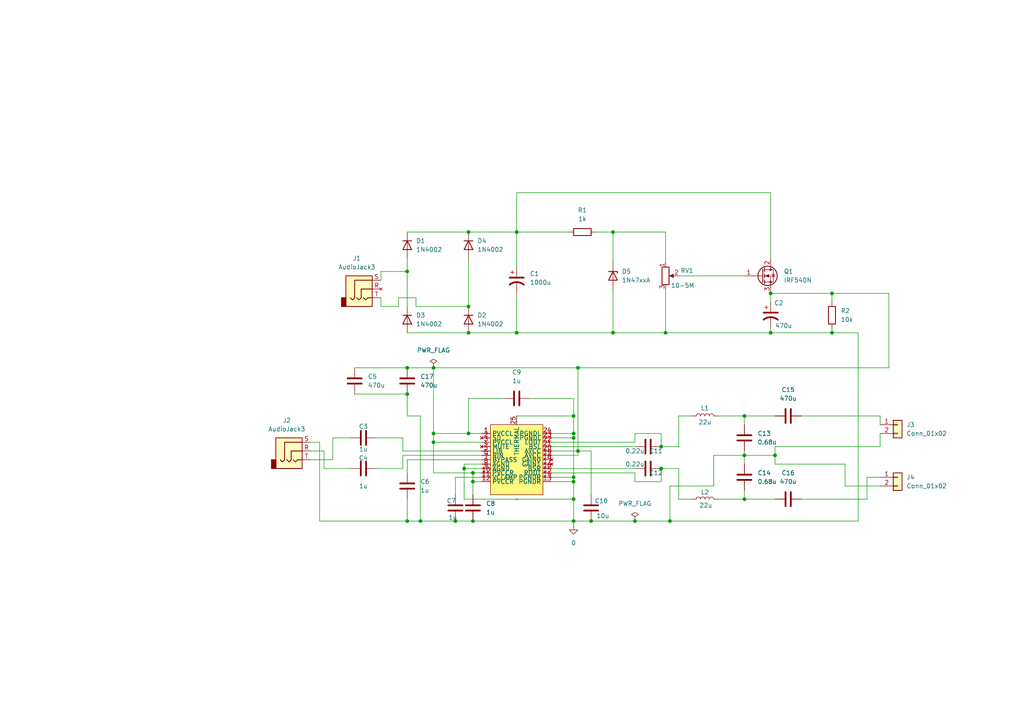
<source format=kicad_sch>
(kicad_sch (version 20250114) (generator "eeschema") (generator_version "9.0")
  (paper "A4")
  (lib_symbols
    (symbol "ClassD_Amplifier:TPA3123D2"
      (symbol "TPA3123D2_0_1"
        (rectangle (start 2.5146 -6.3246) (end 2.54 -6.35))
      )
      (symbol "TPA3123D2_1_1"
        (rectangle (start -7.62 8.89) (end 7.62 -11.43) (fill (type color) (color 255 249 126 1)))
        (pin power_in line (at -10.16 6.35 0) (length 2.54) (name "PVCCL") (number "1"))
        (pin no_connect line (at -10.16 5.08 0) (length 2.54) (name "SD") (number "2"))
        (pin power_in line (at -10.16 3.81 0) (length 2.54) (name "PVCCL") (number "3"))
        (pin no_connect line (at -10.16 2.54 0) (length 2.54) (name "MUTE") (number "4"))
        (pin input line (at -10.16 1.27 0) (length 2.54) (name "LIN") (number "5"))
        (pin input line (at -10.16 0 0) (length 2.54) (name "RIN") (number "6"))
        (pin input line (at -10.16 -1.27 0) (length 2.54) (name "BYPASS") (number "7"))
        (pin power_in line (at -10.16 -2.54 0) (length 2.54) (name "AGND") (number "8"))
        (pin power_in line (at -10.16 -3.81 0) (length 2.54) (name "AGND") (number "9"))
        (pin power_in line (at -10.16 -5.08 0) (length 2.54) (name "PVCCR") (number "10"))
        (pin input line (at -10.16 -6.35 0) (length 2.54) (name "VCLAMP") (number "11"))
        (pin power_in line (at -10.16 -7.62 0) (length 2.54) (name "PVCCR") (number "12"))
        (pin input line (at 0 11.43 270) (length 2.54) (name "THERMAL") (number "25"))
        (pin input line (at 10.16 6.35 180) (length 2.54) (name "PGNDL") (number "24"))
        (pin input line (at 10.16 5.08 180) (length 2.54) (name "PGNDL") (number "23"))
        (pin output line (at 10.16 3.81 180) (length 2.54) (name "LOUT") (number "22"))
        (pin input line (at 10.16 2.54 180) (length 2.54) (name "BSL") (number "21"))
        (pin input line (at 10.16 1.27 180) (length 2.54) (name "AVCC") (number "20"))
        (pin input line (at 10.16 0 180) (length 2.54) (name "AVCC") (number "19"))
        (pin no_connect line (at 10.16 -1.27 180) (length 2.54) (name "GAIN0") (number "18"))
        (pin no_connect line (at 10.16 -2.54 180) (length 2.54) (name "GAIN1") (number "17"))
        (pin input line (at 10.16 -3.81 180) (length 2.54) (name "BSR") (number "16"))
        (pin output line (at 10.16 -5.08 180) (length 2.54) (name "ROUT") (number "15"))
        (pin input line (at 10.16 -6.35 180) (length 2.54) (name "PGNDR") (number "14"))
        (pin input line (at 10.16 -7.62 180) (length 2.54) (name "PGNDR") (number "13"))
      )
    )
    (symbol "Connector_Audio:AudioJack3"
      (property "Reference" "J" (at 0 8.89 0))
      (property "Value" "AudioJack3" (at 0 6.35 0))
      (symbol "AudioJack3_0_1"
        (rectangle (start -5.08 -5.08) (end -6.35 -2.54) (stroke (width 0.254)) (fill (type outline)))
        (polyline (pts (xy -1.905 -2.54) (xy -1.27 -3.175) (xy -0.635 -2.54) (xy -0.635 0) (xy 2.54 0)) (stroke (width 0.254)))
        (polyline (pts (xy 0 -2.54) (xy 0.635 -3.175) (xy 1.27 -2.54) (xy 2.54 -2.54)) (stroke (width 0.254)))
        (rectangle (start 2.54 3.81) (end -5.08 -5.08) (stroke (width 0.254)) (fill (type background)))
        (polyline (pts (xy 2.54 2.54) (xy -2.54 2.54) (xy -2.54 -2.54) (xy -3.175 -3.175) (xy -3.81 -2.54)) (stroke (width 0.254)))
      )
      (symbol "AudioJack3_1_1"
        (pin passive line (at 5.08 2.54 180) (length 2.54) (name "~") (number "S"))
        (pin passive line (at 5.08 0 180) (length 2.54) (name "~") (number "R"))
        (pin passive line (at 5.08 -2.54 180) (length 2.54) (name "~") (number "T"))
      )
    )
    (symbol "Connector_Audio:AudioJack3_Unconnected_Ring"
      (property "Reference" "J" (at 0 8.89 0))
      (property "Value" "AudioJack3" (at 0 6.35 0))
      (symbol "AudioJack3_Unconnected_Ring_0_1"
        (rectangle (start -5.08 3.81) (end 2.54 -5.08) (stroke (width 0.254)) (fill (type background)))
        (rectangle (start -5.08 -5.08) (end -6.35 -2.54) (stroke (width 0.254)) (fill (type outline)))
        (polyline (pts (xy -1.905 -2.54) (xy -1.27 -3.175) (xy -0.635 -2.54) (xy -0.635 0) (xy 2.54 0)) (stroke (width 0.254)))
        (polyline (pts (xy 0 -2.54) (xy 0.635 -3.175) (xy 1.27 -2.54) (xy 2.54 -2.54)) (stroke (width 0.254)))
        (polyline (pts (xy 2.54 2.54) (xy -2.54 2.54) (xy -2.54 -2.54) (xy -3.175 -3.175) (xy -3.81 -2.54)) (stroke (width 0.254)))
      )
      (symbol "AudioJack3_Unconnected_Ring_1_1"
        (pin passive line (at 5.08 2.54 180) (length 2.54) (name "~") (number "S"))
        (pin no_connect line (at 5.08 0 180) (length 2.54) (name "~") (number "R"))
        (pin passive line (at 5.08 -2.54 180) (length 2.54) (name "~") (number "T"))
      )
    )
    (symbol "Connector_Generic:Conn_01x02" (pin_names (offset 1.016) (hide yes))
      (property "Reference" "J" (at 0 2.54 0))
      (property "Value" "Conn_01x02" (at 0 -5.08 0))
      (symbol "Conn_01x02_1_1"
        (rectangle (start -1.27 1.27) (end 1.27 -3.81) (stroke (width 0.254)) (fill (type background)))
        (rectangle (start -1.27 0.127) (end 0 -0.127) (stroke (width 0.1524)))
        (rectangle (start -1.27 -2.413) (end 0 -2.667) (stroke (width 0.1524)))
        (pin passive line (at -5.08 0 0) (length 3.81) (name "Pin_1") (number "1"))
        (pin passive line (at -5.08 -2.54 0) (length 3.81) (name "Pin_2") (number "2"))
      )
    )
    (symbol "Device:C" (pin_numbers (hide yes)) (pin_names (offset 0.254))
      (property "Reference" "C" (at 0.635 2.54 0))
      (property "Value" "C" (at 0.635 -2.54 0))
      (symbol "C_0_1"
        (polyline (pts (xy -2.032 0.762) (xy 2.032 0.762)) (stroke (width 0.508)))
        (polyline (pts (xy -2.032 -0.762) (xy 2.032 -0.762)) (stroke (width 0.508)))
      )
      (symbol "C_1_1"
        (pin passive line (at 0 3.81 270) (length 2.794) (name "~") (number "1"))
        (pin passive line (at 0 -3.81 90) (length 2.794) (name "~") (number "2"))
      )
    )
    (symbol "Device:C_Polarized_US" (pin_numbers (hide yes)) (pin_names (offset 0.254) (hide yes))
      (property "Reference" "C" (at 0.635 2.54 0))
      (property "Value" "C_Polarized_US" (at 0.635 -2.54 0))
      (symbol "C_Polarized_US_0_1"
        (polyline (pts (xy -2.032 0.762) (xy 2.032 0.762)) (stroke (width 0.508)))
        (polyline (pts (xy -1.778 2.286) (xy -0.762 2.286)))
        (polyline (pts (xy -1.27 1.778) (xy -1.27 2.794)))
        (arc (start -2.032 -1.27) (mid 0 -0.5572) (end 2.032 -1.27) (stroke (width 0.508)))
      )
      (symbol "C_Polarized_US_1_1"
        (pin passive line (at 0 3.81 270) (length 2.794) (name "~") (number "1"))
        (pin passive line (at 0 -3.81 90) (length 3.302) (name "~") (number "2"))
      )
    )
    (symbol "Device:L" (pin_numbers (hide yes)) (pin_names (offset 1.016) (hide yes))
      (property "Reference" "L" (at -1.27 0 90))
      (property "Value" "L" (at 1.905 0 90))
      (symbol "L_0_1"
        (arc (start 0 2.54) (mid 0.6323 1.905) (end 0 1.27))
        (arc (start 0 1.27) (mid 0.6323 0.635) (end 0 0))
        (arc (start 0 0) (mid 0.6323 -0.635) (end 0 -1.27))
        (arc (start 0 -1.27) (mid 0.6323 -1.905) (end 0 -2.54))
      )
      (symbol "L_1_1"
        (pin passive line (at 0 3.81 270) (length 1.27) (name "1") (number "1"))
        (pin passive line (at 0 -3.81 90) (length 1.27) (name "2") (number "2"))
      )
    )
    (symbol "Device:R" (pin_numbers (hide yes)) (pin_names (offset 0))
      (property "Reference" "R" (at 2.032 0 90))
      (property "Value" "R" (at 0 0 90))
      (symbol "R_0_1"
        (rectangle (start -1.016 -2.54) (end 1.016 2.54) (stroke (width 0.254)))
      )
      (symbol "R_1_1"
        (pin passive line (at 0 3.81 270) (length 1.27) (name "~") (number "1"))
        (pin passive line (at 0 -3.81 90) (length 1.27) (name "~") (number "2"))
      )
    )
    (symbol "Device:R_Potentiometer" (pin_names (offset 1.016) (hide yes))
      (property "Reference" "RV" (at -4.445 0 90))
      (property "Value" "R_Potentiometer" (at -2.54 0 90))
      (symbol "R_Potentiometer_0_1"
        (rectangle (start 1.016 2.54) (end -1.016 -2.54) (stroke (width 0.254)))
        (polyline (pts (xy 1.143 0) (xy 2.286 0.508) (xy 2.286 -0.508) (xy 1.143 0)) (fill (type outline)))
        (polyline (pts (xy 2.54 0) (xy 1.524 0)))
      )
      (symbol "R_Potentiometer_1_1"
        (pin passive line (at 0 3.81 270) (length 1.27) (name "1") (number "1"))
        (pin passive line (at 0 -3.81 90) (length 1.27) (name "3") (number "3"))
        (pin passive line (at 3.81 0 180) (length 1.27) (name "2") (number "2"))
      )
    )
    (symbol "Diode:1N4002" (pin_numbers (hide yes)) (pin_names (hide yes))
      (property "Reference" "D" (at 0 2.54 0))
      (property "Value" "1N4002" (at 0 -2.54 0))
      (symbol "1N4002_0_1"
        (polyline (pts (xy -1.27 1.27) (xy -1.27 -1.27)) (stroke (width 0.254)))
        (polyline (pts (xy 1.27 1.27) (xy 1.27 -1.27) (xy -1.27 0) (xy 1.27 1.27)) (stroke (width 0.254)))
        (polyline (pts (xy 1.27 0) (xy -1.27 0)))
      )
      (symbol "1N4002_1_1"
        (pin passive line (at -3.81 0 0) (length 2.54) (name "K") (number "1"))
        (pin passive line (at 3.81 0 180) (length 2.54) (name "A") (number "2"))
      )
    )
    (symbol "Diode:1N47xxA" (pin_numbers (hide yes)) (pin_names (hide yes))
      (property "Reference" "D" (at 0 2.54 0))
      (property "Value" "1N47xxA" (at 0 -2.54 0))
      (symbol "1N47xxA_0_1"
        (polyline (pts (xy -1.27 -1.27) (xy -1.27 1.27) (xy -0.762 1.27)) (stroke (width 0.254)))
        (polyline (pts (xy 1.27 0) (xy -1.27 0)))
        (polyline (pts (xy 1.27 -1.27) (xy 1.27 1.27) (xy -1.27 0) (xy 1.27 -1.27)) (stroke (width 0.254)))
      )
      (symbol "1N47xxA_1_1"
        (pin passive line (at -3.81 0 0) (length 2.54) (name "K") (number "1"))
        (pin passive line (at 3.81 0 180) (length 2.54) (name "A") (number "2"))
      )
    )
    (symbol "Transistor_FET:IRF540N" (pin_names (hide yes))
      (property "Reference" "Q" (at 5.08 1.905 0))
      (property "Value" "IRF540N" (at 5.08 0 0))
      (symbol "IRF540N_0_1"
        (polyline (pts (xy 0.254 1.905) (xy 0.254 -1.905)) (stroke (width 0.254)))
        (polyline (pts (xy 0.254 0) (xy -2.54 0)))
        (polyline (pts (xy 0.762 2.286) (xy 0.762 1.27)) (stroke (width 0.254)))
        (polyline (pts (xy 0.762 0.508) (xy 0.762 -0.508)) (stroke (width 0.254)))
        (polyline (pts (xy 0.762 -1.27) (xy 0.762 -2.286)) (stroke (width 0.254)))
        (polyline (pts (xy 0.762 -1.778) (xy 3.302 -1.778) (xy 3.302 1.778) (xy 0.762 1.778)))
        (polyline (pts (xy 1.016 0) (xy 2.032 0.381) (xy 2.032 -0.381) (xy 1.016 0)) (fill (type outline)))
        (circle (center 1.651 0) (radius 2.794) (stroke (width 0.254)))
        (polyline (pts (xy 2.54 2.54) (xy 2.54 1.778)))
        (circle (center 2.54 1.778) (radius 0.254) (fill (type outline)))
        (circle (center 2.54 -1.778) (radius 0.254) (fill (type outline)))
        (polyline (pts (xy 2.54 -2.54) (xy 2.54 0) (xy 0.762 0)))
        (polyline (pts (xy 2.794 0.508) (xy 2.921 0.381) (xy 3.683 0.381) (xy 3.81 0.254)))
        (polyline (pts (xy 3.302 0.381) (xy 2.921 -0.254) (xy 3.683 -0.254) (xy 3.302 0.381)))
      )
      (symbol "IRF540N_1_1"
        (pin input line (at -5.08 0 0) (length 2.54) (name "G") (number "1"))
        (pin passive line (at 2.54 5.08 270) (length 2.54) (name "D") (number "2"))
        (pin passive line (at 2.54 -5.08 90) (length 2.54) (name "S") (number "3"))
      )
    )
    (symbol "power:GND1" (power) (pin_numbers (hide yes)) (pin_names (offset 0) (hide yes))
      (property "Value" "GND1" (at 0 -3.81 0))
      (symbol "GND1_0_1"
        (polyline (pts (xy 0 0) (xy 0 -1.27) (xy 1.27 -1.27) (xy 0 -2.54) (xy -1.27 -1.27) (xy 0 -1.27)))
      )
      (symbol "GND1_1_1"
        (pin power_in line (at 0 0 270) (length 0) (name "~") (number "1"))
      )
    )
    (symbol "power:PWR_FLAG" (power) (pin_numbers (hide yes)) (pin_names (offset 0) (hide yes))
      (property "Value" "PWR_FLAG" (at 0 3.81 0))
      (symbol "PWR_FLAG_0_0"
        (pin power_out line (at 0 0 90) (length 0) (name "~") (number "1"))
      )
      (symbol "PWR_FLAG_0_1"
        (polyline (pts (xy 0 0) (xy 0 1.27) (xy -1.016 1.905) (xy 0 2.54) (xy 1.016 1.905) (xy 0 1.27)))
      )
    )
  )
  (junction (at 118.11 106.68))
  (junction (at 118.11 78.74))
  (junction (at 137.16 137.16))
  (junction (at 223.52 96.52))
  (junction (at 137.16 139.7))
  (junction (at 137.16 151.13))
  (junction (at 184.15 151.13))
  (junction (at 215.9 120.65))
  (junction (at 166.37 138.43))
  (junction (at 191.77 129.54))
  (junction (at 118.11 151.13))
  (junction (at 166.37 127))
  (junction (at 177.8 96.52))
  (junction (at 167.64 130.81))
  (junction (at 149.86 96.52))
  (junction (at 224.79 132.08))
  (junction (at 241.3 85.09))
  (junction (at 191.77 135.89))
  (junction (at 167.64 106.68))
  (junction (at 223.52 85.09))
  (junction (at 193.04 96.52))
  (junction (at 166.37 125.73))
  (junction (at 125.73 128.27))
  (junction (at 132.08 151.13))
  (junction (at 135.89 125.73))
  (junction (at 215.9 144.78))
  (junction (at 171.45 151.13))
  (junction (at 118.11 114.3))
  (junction (at 135.89 67.31))
  (junction (at 166.37 144.78))
  (junction (at 149.86 67.31))
  (junction (at 125.73 125.73))
  (junction (at 134.62 135.89))
  (junction (at 177.8 67.31))
  (junction (at 121.92 151.13))
  (junction (at 135.89 96.52))
  (junction (at 215.9 132.08))
  (junction (at 241.3 96.52))
  (junction (at 125.73 106.68))
  (junction (at 166.37 151.13))
  (junction (at 166.37 120.65))
  (junction (at 194.31 151.13))
  (junction (at 166.37 139.7))
  (junction (at 135.89 88.9))
  (wire (pts (xy 177.8 67.31) (xy 177.8 76.2)))
  (wire (pts (xy 184.15 151.13) (xy 171.45 151.13)))
  (wire (pts (xy 160.02 132.08) (xy 167.64 132.08)))
  (wire (pts (xy 135.89 115.57) (xy 146.05 115.57)))
  (wire (pts (xy 160.02 125.73) (xy 166.37 125.73)))
  (wire (pts (xy 160.02 135.89) (xy 184.15 135.89)))
  (wire (pts (xy 160.02 128.27) (xy 184.15 128.27)))
  (wire (pts (xy 191.77 139.7) (xy 191.77 135.89)))
  (wire (pts (xy 215.9 120.65) (xy 215.9 123.19)))
  (wire (pts (xy 241.3 96.52) (xy 248.92 96.52)))
  (wire (pts (xy 118.11 67.31) (xy 135.89 67.31)))
  (wire (pts (xy 255.27 129.54) (xy 255.27 125.73)))
  (wire (pts (xy 166.37 139.7) (xy 166.37 144.78)))
  (wire (pts (xy 224.79 134.62) (xy 245.11 134.62)))
  (wire (pts (xy 166.37 115.57) (xy 166.37 120.65)))
  (wire (pts (xy 224.79 132.08) (xy 224.79 134.62)))
  (wire (pts (xy 135.89 125.73) (xy 139.7 125.73)))
  (wire (pts (xy 109.22 127) (xy 116.84 127)))
  (wire (pts (xy 149.86 55.88) (xy 223.52 55.88)))
  (wire (pts (xy 149.86 85.09) (xy 149.86 96.52)))
  (wire (pts (xy 149.86 120.65) (xy 166.37 120.65)))
  (wire (pts (xy 160.02 127) (xy 166.37 127)))
  (wire (pts (xy 166.37 125.73) (xy 166.37 127)))
  (wire (pts (xy 110.49 78.74) (xy 110.49 81.28)))
  (wire (pts (xy 223.52 55.88) (xy 223.52 74.93)))
  (wire (pts (xy 223.52 85.09) (xy 223.52 87.63)))
  (wire (pts (xy 196.85 129.54) (xy 196.85 120.65)))
  (wire (pts (xy 149.86 67.31) (xy 149.86 77.47)))
  (wire (pts (xy 215.9 132.08) (xy 215.9 134.62)))
  (wire (pts (xy 177.8 67.31) (xy 193.04 67.31)))
  (wire (pts (xy 135.89 96.52) (xy 149.86 96.52)))
  (wire (pts (xy 115.57 88.9) (xy 110.49 88.9)))
  (wire (pts (xy 177.8 96.52) (xy 149.86 96.52)))
  (wire (pts (xy 251.46 138.43) (xy 255.27 138.43)))
  (wire (pts (xy 149.86 67.31) (xy 165.1 67.31)))
  (wire (pts (xy 255.27 120.65) (xy 232.41 120.65)))
  (wire (pts (xy 160.02 138.43) (xy 166.37 138.43)))
  (wire (pts (xy 208.28 144.78) (xy 215.9 144.78)))
  (wire (pts (xy 125.73 128.27) (xy 125.73 137.16)))
  (wire (pts (xy 191.77 125.73) (xy 191.77 129.54)))
  (wire (pts (xy 177.8 83.82) (xy 177.8 96.52)))
  (wire (pts (xy 184.15 125.73) (xy 191.77 125.73)))
  (wire (pts (xy 193.04 67.31) (xy 193.04 76.2)))
  (wire (pts (xy 125.73 106.68) (xy 167.64 106.68)))
  (wire (pts (xy 120.65 88.9) (xy 120.65 86.36)))
  (wire (pts (xy 257.81 85.09) (xy 257.81 106.68)))
  (wire (pts (xy 160.02 130.81) (xy 167.64 130.81)))
  (wire (pts (xy 90.17 133.35) (xy 96.52 133.35)))
  (wire (pts (xy 166.37 151.13) (xy 171.45 151.13)))
  (wire (pts (xy 160.02 137.16) (xy 184.15 137.16)))
  (wire (pts (xy 207.01 140.97) (xy 194.31 140.97)))
  (wire (pts (xy 166.37 120.65) (xy 166.37 125.73)))
  (wire (pts (xy 139.7 134.62) (xy 134.62 134.62)))
  (wire (pts (xy 137.16 151.13) (xy 166.37 151.13)))
  (wire (pts (xy 241.3 96.52) (xy 241.3 95.25)))
  (wire (pts (xy 223.52 95.25) (xy 223.52 96.52)))
  (wire (pts (xy 118.11 74.93) (xy 118.11 78.74)))
  (wire (pts (xy 137.16 139.7) (xy 137.16 143.51)))
  (wire (pts (xy 109.22 135.89) (xy 116.84 135.89)))
  (wire (pts (xy 125.73 106.68) (xy 125.73 125.73)))
  (wire (pts (xy 167.64 130.81) (xy 171.45 130.81)))
  (wire (pts (xy 121.92 151.13) (xy 132.08 151.13)))
  (wire (pts (xy 184.15 139.7) (xy 191.77 139.7)))
  (wire (pts (xy 110.49 78.74) (xy 118.11 78.74)))
  (wire (pts (xy 118.11 120.65) (xy 121.92 120.65)))
  (wire (pts (xy 167.64 132.08) (xy 167.64 130.81)))
  (wire (pts (xy 255.27 123.19) (xy 255.27 120.65)))
  (wire (pts (xy 116.84 132.08) (xy 116.84 135.89)))
  (wire (pts (xy 207.01 132.08) (xy 207.01 140.97)))
  (wire (pts (xy 120.65 86.36) (xy 115.57 86.36)))
  (wire (pts (xy 208.28 120.65) (xy 215.9 120.65)))
  (wire (pts (xy 215.9 144.78) (xy 224.79 144.78)))
  (wire (pts (xy 118.11 133.35) (xy 118.11 137.16)))
  (wire (pts (xy 166.37 138.43) (xy 166.37 139.7)))
  (wire (pts (xy 92.71 128.27) (xy 92.71 151.13)))
  (wire (pts (xy 193.04 96.52) (xy 177.8 96.52)))
  (wire (pts (xy 139.7 130.81) (xy 116.84 130.81)))
  (wire (pts (xy 139.7 133.35) (xy 118.11 133.35)))
  (wire (pts (xy 118.11 96.52) (xy 135.89 96.52)))
  (wire (pts (xy 196.85 80.01) (xy 215.9 80.01)))
  (wire (pts (xy 194.31 140.97) (xy 194.31 151.13)))
  (wire (pts (xy 184.15 137.16) (xy 184.15 139.7)))
  (wire (pts (xy 135.89 74.93) (xy 135.89 88.9)))
  (wire (pts (xy 224.79 129.54) (xy 255.27 129.54)))
  (wire (pts (xy 118.11 78.74) (xy 118.11 88.9)))
  (wire (pts (xy 134.62 135.89) (xy 134.62 144.78)))
  (wire (pts (xy 224.79 132.08) (xy 224.79 129.54)))
  (wire (pts (xy 194.31 151.13) (xy 184.15 151.13)))
  (wire (pts (xy 135.89 125.73) (xy 135.89 115.57)))
  (wire (pts (xy 241.3 85.09) (xy 257.81 85.09)))
  (wire (pts (xy 102.87 106.68) (xy 118.11 106.68)))
  (wire (pts (xy 139.7 139.7) (xy 137.16 139.7)))
  (wire (pts (xy 172.72 67.31) (xy 177.8 67.31)))
  (wire (pts (xy 223.52 85.09) (xy 241.3 85.09)))
  (wire (pts (xy 166.37 151.13) (xy 166.37 152.4)))
  (wire (pts (xy 184.15 128.27) (xy 184.15 125.73)))
  (wire (pts (xy 248.92 151.13) (xy 194.31 151.13)))
  (wire (pts (xy 132.08 151.13) (xy 137.16 151.13)))
  (wire (pts (xy 232.41 144.78) (xy 251.46 144.78)))
  (wire (pts (xy 134.62 134.62) (xy 134.62 135.89)))
  (wire (pts (xy 135.89 67.31) (xy 149.86 67.31)))
  (wire (pts (xy 134.62 135.89) (xy 139.7 135.89)))
  (wire (pts (xy 160.02 139.7) (xy 166.37 139.7)))
  (wire (pts (xy 116.84 127) (xy 116.84 130.81)))
  (wire (pts (xy 166.37 127) (xy 166.37 138.43)))
  (wire (pts (xy 193.04 96.52) (xy 223.52 96.52)))
  (wire (pts (xy 167.64 130.81) (xy 167.64 106.68)))
  (wire (pts (xy 93.98 130.81) (xy 93.98 135.89)))
  (wire (pts (xy 121.92 120.65) (xy 121.92 151.13)))
  (wire (pts (xy 137.16 137.16) (xy 139.7 137.16)))
  (wire (pts (xy 132.08 138.43) (xy 132.08 143.51)))
  (wire (pts (xy 115.57 86.36) (xy 115.57 88.9)))
  (wire (pts (xy 102.87 114.3) (xy 118.11 114.3)))
  (wire (pts (xy 196.85 144.78) (xy 200.66 144.78)))
  (wire (pts (xy 92.71 151.13) (xy 118.11 151.13)))
  (wire (pts (xy 193.04 83.82) (xy 193.04 96.52)))
  (wire (pts (xy 245.11 134.62) (xy 245.11 140.97)))
  (wire (pts (xy 139.7 128.27) (xy 125.73 128.27)))
  (wire (pts (xy 90.17 128.27) (xy 92.71 128.27)))
  (wire (pts (xy 125.73 125.73) (xy 135.89 125.73)))
  (wire (pts (xy 93.98 135.89) (xy 101.6 135.89)))
  (wire (pts (xy 245.11 140.97) (xy 255.27 140.97)))
  (wire (pts (xy 166.37 144.78) (xy 166.37 151.13)))
  (wire (pts (xy 153.67 115.57) (xy 166.37 115.57)))
  (wire (pts (xy 215.9 132.08) (xy 207.01 132.08)))
  (wire (pts (xy 110.49 86.36) (xy 110.49 88.9)))
  (wire (pts (xy 118.11 144.78) (xy 118.11 151.13)))
  (wire (pts (xy 96.52 133.35) (xy 96.52 127)))
  (wire (pts (xy 118.11 114.3) (xy 118.11 120.65)))
  (wire (pts (xy 125.73 137.16) (xy 137.16 137.16)))
  (wire (pts (xy 241.3 85.09) (xy 241.3 87.63)))
  (wire (pts (xy 215.9 142.24) (xy 215.9 144.78)))
  (wire (pts (xy 248.92 96.52) (xy 248.92 151.13)))
  (wire (pts (xy 118.11 106.68) (xy 125.73 106.68)))
  (wire (pts (xy 125.73 128.27) (xy 125.73 125.73)))
  (wire (pts (xy 96.52 127) (xy 101.6 127)))
  (wire (pts (xy 196.85 135.89) (xy 196.85 144.78)))
  (wire (pts (xy 215.9 120.65) (xy 224.79 120.65)))
  (wire (pts (xy 215.9 130.81) (xy 215.9 132.08)))
  (wire (pts (xy 139.7 138.43) (xy 132.08 138.43)))
  (wire (pts (xy 171.45 130.81) (xy 171.45 143.51)))
  (wire (pts (xy 223.52 96.52) (xy 241.3 96.52)))
  (wire (pts (xy 215.9 132.08) (xy 224.79 132.08)))
  (wire (pts (xy 167.64 106.68) (xy 257.81 106.68)))
  (wire (pts (xy 139.7 132.08) (xy 116.84 132.08)))
  (wire (pts (xy 160.02 129.54) (xy 184.15 129.54)))
  (wire (pts (xy 135.89 88.9) (xy 120.65 88.9)))
  (wire (pts (xy 191.77 129.54) (xy 196.85 129.54)))
  (wire (pts (xy 251.46 144.78) (xy 251.46 138.43)))
  (wire (pts (xy 137.16 139.7) (xy 137.16 137.16)))
  (wire (pts (xy 191.77 135.89) (xy 196.85 135.89)))
  (wire (pts (xy 196.85 120.65) (xy 200.66 120.65)))
  (wire (pts (xy 118.11 151.13) (xy 121.92 151.13)))
  (wire (pts (xy 134.62 144.78) (xy 166.37 144.78)))
  (wire (pts (xy 90.17 130.81) (xy 93.98 130.81)))
  (wire (pts (xy 149.86 67.31) (xy 149.86 55.88)))
  (symbol (lib_id "Connector_Generic:Conn_01x02") (at 260.35 123.19 0) (unit 1)
    (property "Reference" "J3" (at 262.89 123.1899 0) (effects (justify left)))
    (property "Value" "Conn_01x02" (at 262.89 125.7299 0) (effects (justify left)))
    (property "Footprint" "Audio_Amplifier:2249290002" (effects (hide yes)))
    (property "Description" "Generic connector, single row, 01x02, script generated (kicad-library-utils/schlib/autogen/connector/)" (effects (hide yes)))
  )
  (symbol (lib_id "Device:C") (at 215.9 138.43 0) (unit 1)
    (property "Reference" "C14" (at 219.71 137.1599 0) (effects (justify left)))
    (property "Value" "0.68u" (at 219.71 139.6999 0) (effects (justify left)))
    (property "Footprint" "Capacitor_SMD:C_0805_2012Metric_Pad1.18x1.45mm_HandSolder" (effects (hide yes)))
    (property "Description" "Unpolarized capacitor" (effects (hide yes)))
  )
  (symbol (lib_id "Device:C") (at 118.11 140.97 0) (unit 1)
    (property "Reference" "C6" (at 121.92 139.6999 0) (effects (justify left)))
    (property "Value" "1u" (at 121.92 142.2399 0) (effects (justify left)))
    (property "Footprint" "Capacitor_SMD:C_1206_3216Metric_Pad1.33x1.80mm_HandSolder" (effects (hide yes)))
    (property "Description" "Unpolarized capacitor" (effects (hide yes)))
  )
  (symbol (lib_id "power:PWR_FLAG") (at 184.15 151.13 0) (unit 1)
    (property "Reference" "#FLG01" (effects (hide yes)))
    (property "Value" "PWR_FLAG" (at 184.15 146.05 0))
    (property "Description" "Special symbol for telling ERC where power comes from" (effects (hide yes)))
  )
  (symbol (lib_id "Device:C") (at 171.45 147.32 0) (unit 1)
    (property "Reference" "C10" (at 172.466 145.288 0) (effects (justify left)))
    (property "Value" "10u" (at 172.974 149.606 0) (effects (justify left)))
    (property "Footprint" "Capacitor_SMD:C_1206_3216Metric_Pad1.33x1.80mm_HandSolder" (effects (hide yes)))
    (property "Description" "Unpolarized capacitor" (effects (hide yes)))
  )
  (symbol (lib_id "ClassD_Amplifier:TPA3123D2") (at 149.86 132.08 0) (unit 1)
    (property "Reference" "U1" (effects (hide yes)))
    (property "Value" "~" (at 149.86 144.78 0))
    (property "Footprint" "Audio_Amplifier:TPA-3123D2-TSSOP - 1.2 mm max height" (effects (hide yes)))
  )
  (symbol (lib_id "power:PWR_FLAG") (at 125.73 106.68 0) (unit 1)
    (property "Reference" "#FLG02" (effects (hide yes)))
    (property "Value" "PWR_FLAG" (at 125.73 101.6 0))
    (property "Description" "Special symbol for telling ERC where power comes from" (effects (hide yes)))
  )
  (symbol (lib_id "Transistor_FET:IRF540N") (at 220.98 80.01 0) (unit 1)
    (property "Reference" "Q1" (at 227.33 78.7399 0) (effects (justify left)))
    (property "Value" "IRF540N" (at 227.33 81.2799 0) (effects (justify left)))
    (property "Footprint" "Audio_Amplifier:D2PAK-IRF940N" (effects (hide yes)))
    (property "Datasheet" "http://www.irf.com/product-info/datasheets/data/irf540n.pdf" (effects (hide yes)))
    (property "Description" "33A Id, 100V Vds, HEXFET N-Channel MOSFET, TO-220" (effects (hide yes)))
  )
  (symbol (lib_id "Device:C") (at 105.41 127 90) (unit 1)
    (property "Reference" "C3" (at 105.41 123.698 90))
    (property "Value" "1u" (at 105.41 130.302 90))
    (property "Footprint" "Capacitor_SMD:C_1206_3216Metric_Pad1.33x1.80mm_HandSolder" (effects (hide yes)))
    (property "Description" "Unpolarized capacitor" (effects (hide yes)))
  )
  (symbol (lib_id "Device:C") (at 228.6 144.78 90) (unit 1)
    (property "Reference" "C16" (at 228.6 137.16 90))
    (property "Value" "470u" (at 228.6 139.7 90))
    (property "Footprint" "Audio_Amplifier:Panasonic 25SVPG470M" (effects (hide yes)))
    (property "Description" "Unpolarized capacitor" (effects (hide yes)))
  )
  (symbol (lib_id "Diode:1N4002") (at 118.11 92.71 270) (unit 1)
    (property "Reference" "D3" (at 120.65 91.4399 90) (effects (justify left)))
    (property "Value" "1N4002" (at 120.65 93.9799 90) (effects (justify left)))
    (property "Footprint" "Diode_THT:D_DO-41_SOD81_P10.16mm_Horizontal" (effects (hide yes)))
    (property "Datasheet" "http://www.vishay.com/docs/88503/1n4001.pdf" (effects (hide yes)))
    (property "Description" "100V 1A General Purpose Rectifier Diode, DO-41" (effects (hide yes)))
    (property "Sim.Device" "D" (effects (hide yes)))
    (property "Sim.Pins" "1=K 2=A" (effects (hide yes)))
  )
  (symbol (lib_id "Device:C") (at 118.11 110.49 0) (unit 1)
    (property "Reference" "C17" (at 121.92 109.2199 0) (effects (justify left)))
    (property "Value" "470u" (at 121.92 111.7599 0) (effects (justify left)))
    (property "Footprint" "Audio_Amplifier:Panasonic 25SVPG470M" (effects (hide yes)))
    (property "Description" "Unpolarized capacitor" (effects (hide yes)))
  )
  (symbol (lib_id "Connector_Generic:Conn_01x02") (at 260.35 138.43 0) (unit 1)
    (property "Reference" "J4" (at 262.89 138.4299 0) (effects (justify left)))
    (property "Value" "Conn_01x02" (at 262.89 140.9699 0) (effects (justify left)))
    (property "Footprint" "Audio_Amplifier:2249290002" (effects (hide yes)))
    (property "Description" "Generic connector, single row, 01x02, script generated (kicad-library-utils/schlib/autogen/connector/)" (effects (hide yes)))
  )
  (symbol (lib_id "Device:C") (at 102.87 110.49 0) (unit 1)
    (property "Reference" "C5" (at 106.68 109.2199 0) (effects (justify left)))
    (property "Value" "470u" (at 106.68 111.7599 0) (effects (justify left)))
    (property "Footprint" "Audio_Amplifier:Panasonic 25SVPG470M" (effects (hide yes)))
    (property "Description" "Unpolarized capacitor" (effects (hide yes)))
  )
  (symbol (lib_id "Device:C") (at 187.96 135.89 90) (unit 1)
    (property "Reference" "C12" (at 190.246 137.16 90))
    (property "Value" "0.22u" (at 184.15 134.62 90))
    (property "Footprint" "Capacitor_SMD:C_0603_1608Metric_Pad1.08x0.95mm_HandSolder" (effects (hide yes)))
    (property "Description" "Unpolarized capacitor" (effects (hide yes)))
  )
  (symbol (lib_id "Device:C") (at 228.6 120.65 90) (unit 1)
    (property "Reference" "C15" (at 228.6 113.03 90))
    (property "Value" "470u" (at 228.6 115.57 90))
    (property "Footprint" "Audio_Amplifier:Panasonic 25SVPG470M" (effects (hide yes)))
    (property "Description" "Unpolarized capacitor" (effects (hide yes)))
  )
  (symbol (lib_id "power:GND1") (at 166.37 152.4 0) (unit 1)
    (property "Reference" "#PWR01" (effects (hide yes)))
    (property "Value" "0" (at 166.37 157.48 0))
    (property "Description" "Power symbol creates a global label with name \"GND1\" , ground" (effects (hide yes)))
  )
  (symbol (lib_id "Connector_Audio:AudioJack3_Unconnected_Ring") (at 105.41 83.82 0) (unit 1)
    (property "Reference" "J1" (at 103.505 74.93 0))
    (property "Value" "AudioJack3" (at 103.505 77.47 0))
    (property "Footprint" "Audio_Amplifier:CUI_SJ-3523-SMT-TR" (effects (hide yes)))
    (property "Description" "Audio Jack, 3 Poles (Stereo / TRS)" (effects (hide yes)))
  )
  (symbol (lib_id "Device:C_Polarized_US") (at 149.86 81.28 0) (unit 1)
    (property "Reference" "C1" (at 153.67 79.3749 0) (effects (justify left)))
    (property "Value" "1000u" (at 153.67 81.9149 0) (effects (justify left)))
    (property "Footprint" "Audio_Amplifier:CAPAE1600X1700N" (effects (hide yes)))
    (property "Description" "Polarized capacitor, US symbol" (effects (hide yes)))
  )
  (symbol (lib_id "Device:R") (at 168.91 67.31 90) (unit 1)
    (property "Reference" "R1" (at 168.91 60.96 90))
    (property "Value" "1k" (at 168.91 63.5 90))
    (property "Footprint" "Audio_Amplifier:RESC5025X70N" (effects (hide yes)))
    (property "Description" "Resistor" (effects (hide yes)))
  )
  (symbol (lib_id "Device:L") (at 204.47 120.65 90) (unit 1)
    (property "Reference" "L1" (at 204.47 118.364 90))
    (property "Value" "22u" (at 204.47 122.428 90))
    (property "Footprint" "Audio_Amplifier:SRP1038WA220M" (effects (hide yes)))
    (property "Description" "Inductor" (effects (hide yes)))
  )
  (symbol (lib_id "Diode:1N4002") (at 135.89 92.71 270) (unit 1)
    (property "Reference" "D2" (at 138.43 91.4399 90) (effects (justify left)))
    (property "Value" "1N4002" (at 138.43 93.9799 90) (effects (justify left)))
    (property "Footprint" "Diode_THT:D_DO-41_SOD81_P10.16mm_Horizontal" (effects (hide yes)))
    (property "Datasheet" "http://www.vishay.com/docs/88503/1n4001.pdf" (effects (hide yes)))
    (property "Description" "100V 1A General Purpose Rectifier Diode, DO-41" (effects (hide yes)))
    (property "Sim.Device" "D" (effects (hide yes)))
    (property "Sim.Pins" "1=K 2=A" (effects (hide yes)))
  )
  (symbol (lib_id "Device:C") (at 137.16 147.32 0) (unit 1)
    (property "Reference" "C8" (at 140.97 146.0499 0) (effects (justify left)))
    (property "Value" "1u" (at 140.97 148.5899 0) (effects (justify left)))
    (property "Footprint" "Capacitor_SMD:C_1206_3216Metric_Pad1.33x1.80mm_HandSolder" (effects (hide yes)))
    (property "Description" "Unpolarized capacitor" (effects (hide yes)))
  )
  (symbol (lib_id "Device:R_Potentiometer") (at 193.04 80.01 0) (unit 1)
    (property "Reference" "RV1" (at 201.168 78.486 0) (effects (justify right)))
    (property "Value" "10-5M" (at 201.422 82.804 0) (effects (justify right)))
    (property "Footprint" "Audio_Amplifier:TRIM_3362P-1-205LF" (effects (hide yes)))
    (property "Description" "Potentiometer" (effects (hide yes)))
  )
  (symbol (lib_id "Device:C") (at 149.86 115.57 90) (unit 1)
    (property "Reference" "C9" (at 149.86 107.95 90))
    (property "Value" "1u" (at 149.86 110.49 90))
    (property "Footprint" "Capacitor_SMD:C_1206_3216Metric_Pad1.33x1.80mm_HandSolder" (effects (hide yes)))
    (property "Description" "Unpolarized capacitor" (effects (hide yes)))
  )
  (symbol (lib_id "Device:R") (at 241.3 91.44 0) (unit 1)
    (property "Reference" "R2" (at 243.84 90.1699 0) (effects (justify left)))
    (property "Value" "10k" (at 243.84 92.7099 0) (effects (justify left)))
    (property "Footprint" "Resistor_SMD:R_1206_3216Metric_Pad1.30x1.75mm_HandSolder" (effects (hide yes)))
    (property "Description" "Resistor" (effects (hide yes)))
  )
  (symbol (lib_id "Device:C") (at 105.41 135.89 90) (unit 1)
    (property "Reference" "C4" (at 105.41 132.842 90))
    (property "Value" "1u" (at 105.41 140.97 90))
    (property "Footprint" "Capacitor_SMD:C_1206_3216Metric_Pad1.33x1.80mm_HandSolder" (effects (hide yes)))
    (property "Description" "Unpolarized capacitor" (effects (hide yes)))
  )
  (symbol (lib_id "Device:C") (at 187.96 129.54 90) (unit 1)
    (property "Reference" "C11" (at 190.246 130.81 90))
    (property "Value" "0.22u" (at 184.15 130.81 90))
    (property "Footprint" "Capacitor_SMD:C_0603_1608Metric_Pad1.08x0.95mm_HandSolder" (effects (hide yes)))
    (property "Description" "Unpolarized capacitor" (effects (hide yes)))
  )
  (symbol (lib_id "Diode:1N47xxA") (at 177.8 80.01 270) (unit 1)
    (property "Reference" "D5" (at 180.34 78.7399 90) (effects (justify left)))
    (property "Value" "1N47xxA" (at 180.34 81.2799 90) (effects (justify left)))
    (property "Footprint" "Audio_Amplifier:DIOM5226X240N" (effects (hide yes)))
    (property "Datasheet" "https://www.vishay.com/docs/85816/1n4728a.pdf" (effects (hide yes)))
    (property "Description" "1300mW Silicon planar power Zener diodes, DO-41" (effects (hide yes)))
  )
  (symbol (lib_id "Device:C_Polarized_US") (at 223.52 91.44 0) (unit 1)
    (property "Reference" "C2" (at 224.536 87.884 0) (effects (justify left)))
    (property "Value" "470u" (at 224.79 94.488 0) (effects (justify left)))
    (property "Footprint" "Audio_Amplifier:C-MAL216099003E3" (effects (hide yes)))
    (property "Description" "Polarized capacitor, US symbol" (effects (hide yes)))
  )
  (symbol (lib_id "Diode:1N4002") (at 118.11 71.12 270) (unit 1)
    (property "Reference" "D1" (at 120.65 69.8499 90) (effects (justify left)))
    (property "Value" "1N4002" (at 120.65 72.3899 90) (effects (justify left)))
    (property "Footprint" "Diode_THT:D_DO-41_SOD81_P10.16mm_Horizontal" (effects (hide yes)))
    (property "Datasheet" "http://www.vishay.com/docs/88503/1n4001.pdf" (effects (hide yes)))
    (property "Description" "100V 1A General Purpose Rectifier Diode, DO-41" (effects (hide yes)))
    (property "Sim.Device" "D" (effects (hide yes)))
    (property "Sim.Pins" "1=K 2=A" (effects (hide yes)))
  )
  (symbol (lib_id "Diode:1N4002") (at 135.89 71.12 270) (unit 1)
    (property "Reference" "D4" (at 138.43 69.8499 90) (effects (justify left)))
    (property "Value" "1N4002" (at 138.43 72.3899 90) (effects (justify left)))
    (property "Footprint" "Diode_THT:D_DO-41_SOD81_P10.16mm_Horizontal" (effects (hide yes)))
    (property "Datasheet" "http://www.vishay.com/docs/88503/1n4001.pdf" (effects (hide yes)))
    (property "Description" "100V 1A General Purpose Rectifier Diode, DO-41" (effects (hide yes)))
    (property "Sim.Device" "D" (effects (hide yes)))
    (property "Sim.Pins" "1=K 2=A" (effects (hide yes)))
  )
  (symbol (lib_id "Connector_Audio:AudioJack3") (at 85.09 130.81 0) (unit 1)
    (property "Reference" "J2" (at 83.185 121.92 0))
    (property "Value" "AudioJack3" (at 83.185 124.46 0))
    (property "Footprint" "Audio_Amplifier:CUI_SJ-3523-SMT-TR" (effects (hide yes)))
    (property "Description" "Audio Jack, 3 Poles (Stereo / TRS)" (effects (hide yes)))
  )
  (symbol (lib_id "Device:C") (at 132.08 147.32 0) (unit 1)
    (property "Reference" "C7" (at 129.54 145.288 0) (effects (justify left)))
    (property "Value" "1u" (at 130.048 150.114 0) (effects (justify left)))
    (property "Footprint" "Capacitor_SMD:C_1206_3216Metric_Pad1.33x1.80mm_HandSolder" (effects (hide yes)))
    (property "Description" "Unpolarized capacitor" (effects (hide yes)))
  )
  (symbol (lib_id "Device:C") (at 215.9 127 0) (unit 1)
    (property "Reference" "C13" (at 219.71 125.7299 0) (effects (justify left)))
    (property "Value" "0.68u" (at 219.71 128.2699 0) (effects (justify left)))
    (property "Footprint" "Capacitor_SMD:C_0805_2012Metric_Pad1.18x1.45mm_HandSolder" (effects (hide yes)))
    (property "Description" "Unpolarized capacitor" (effects (hide yes)))
  )
  (symbol (lib_id "Device:L") (at 204.47 144.78 90) (unit 1)
    (property "Reference" "L2" (at 204.47 142.748 90))
    (property "Value" "22u" (at 204.724 146.558 90))
    (property "Footprint" "Audio_Amplifier:SRP1038WA220M" (effects (hide yes)))
    (property "Description" "Inductor" (effects (hide yes)))
  )
)
</source>
